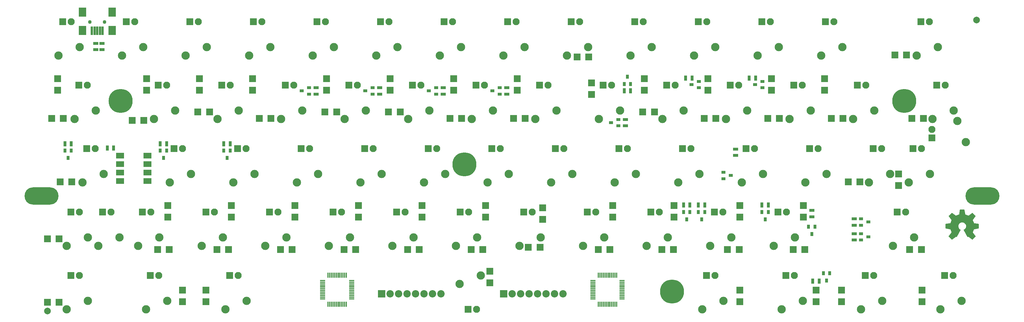
<source format=gbr>
G04 #@! TF.FileFunction,Soldermask,Bot*
%FSLAX46Y46*%
G04 Gerber Fmt 4.6, Leading zero omitted, Abs format (unit mm)*
G04 Created by KiCad (PCBNEW 4.0.0-rc1-stable) date 30/12/2016 17:59:34*
%MOMM*%
G01*
G04 APERTURE LIST*
%ADD10C,0.150000*%
%ADD11C,2.108200*%
%ADD12R,2.108200X2.108200*%
%ADD13O,10.203180X5.204460*%
%ADD14C,7.203440*%
%ADD15C,7.204500*%
%ADD16C,2.000000*%
%ADD17C,2.203200*%
%ADD18R,2.203200X2.203200*%
%ADD19R,2.003200X2.003200*%
%ADD20C,2.489200*%
%ADD21R,2.362200X1.727200*%
%ADD22R,1.503200X0.903200*%
%ADD23R,0.903200X1.503200*%
%ADD24R,1.263200X0.853200*%
%ADD25R,0.853200X1.263200*%
%ADD26R,0.703580X2.504440*%
%ADD27R,2.202180X2.702560*%
%ADD28C,1.102360*%
%ADD29R,0.453200X1.503200*%
%ADD30R,1.503200X0.453200*%
G04 APERTURE END LIST*
D10*
D11*
X194151250Y-155098750D03*
D12*
X191611250Y-155098750D03*
D13*
X345831200Y-121121200D03*
X63748900Y-121121200D03*
D14*
X322339900Y-92520800D03*
X252789400Y-149820700D03*
X190490000Y-111620000D03*
D15*
X87489300Y-92520800D03*
D16*
X343990000Y-68220000D03*
X65580000Y-155630000D03*
D17*
X217551000Y-150495000D03*
X220091000Y-150495000D03*
X215011000Y-150495000D03*
X212471000Y-150495000D03*
X209931000Y-150495000D03*
D18*
X202311000Y-150495000D03*
D17*
X204851000Y-150495000D03*
X207391000Y-150495000D03*
X180975000Y-150495000D03*
X183515000Y-150495000D03*
X178435000Y-150495000D03*
X175895000Y-150495000D03*
X173355000Y-150495000D03*
D18*
X165735000Y-150495000D03*
D17*
X168275000Y-150495000D03*
X170815000Y-150495000D03*
D19*
X68580000Y-89380000D03*
X68580000Y-85880000D03*
X95250000Y-89380000D03*
X95250000Y-85880000D03*
X111125000Y-89380000D03*
X111125000Y-85880000D03*
X127000000Y-89380000D03*
X127000000Y-85880000D03*
X149225000Y-89380000D03*
X149225000Y-85880000D03*
X168275000Y-89380000D03*
X168275000Y-85880000D03*
X187325000Y-89380000D03*
X187325000Y-85880000D03*
X206375000Y-89380000D03*
X206375000Y-85880000D03*
X227810000Y-79375000D03*
X224310000Y-79375000D03*
X244475000Y-89380000D03*
X244475000Y-85880000D03*
X263525000Y-89380000D03*
X263525000Y-85880000D03*
X282575000Y-89380000D03*
X282575000Y-85880000D03*
X298450000Y-89380000D03*
X298450000Y-85880000D03*
X319560000Y-78740000D03*
X323060000Y-78740000D03*
X66830000Y-97790000D03*
X70330000Y-97790000D03*
X90960000Y-98425000D03*
X94460000Y-98425000D03*
X110645000Y-95885000D03*
X114145000Y-95885000D03*
X129060000Y-97790000D03*
X132560000Y-97790000D03*
X148745000Y-95885000D03*
X152245000Y-95885000D03*
X167795000Y-95885000D03*
X171295000Y-95885000D03*
X186210000Y-97790000D03*
X189710000Y-97790000D03*
X205260000Y-97790000D03*
X208760000Y-97790000D03*
X228600000Y-87150000D03*
X228600000Y-90650000D03*
X243995000Y-95885000D03*
X247495000Y-95885000D03*
X262410000Y-97790000D03*
X265910000Y-97790000D03*
X281460000Y-97790000D03*
X284960000Y-97790000D03*
X300510000Y-97790000D03*
X304010000Y-97790000D03*
X324640000Y-97790000D03*
X328140000Y-97790000D03*
X69370000Y-116840000D03*
X72870000Y-116840000D03*
X101600000Y-127480000D03*
X101600000Y-123980000D03*
X120650000Y-127480000D03*
X120650000Y-123980000D03*
X139700000Y-127480000D03*
X139700000Y-123980000D03*
X158750000Y-127480000D03*
X158750000Y-123980000D03*
X177800000Y-127480000D03*
X177800000Y-123980000D03*
X196850000Y-127480000D03*
X196850000Y-123980000D03*
X213995000Y-128115000D03*
X213995000Y-124615000D03*
X234950000Y-127480000D03*
X234950000Y-123980000D03*
X253365000Y-127480000D03*
X253365000Y-123980000D03*
X273050000Y-127480000D03*
X273050000Y-123980000D03*
X292100000Y-127480000D03*
X292100000Y-123980000D03*
X305590000Y-116840000D03*
X309090000Y-116840000D03*
X320675000Y-114455000D03*
X320675000Y-117955000D03*
X102080000Y-137160000D03*
X98580000Y-137160000D03*
X119860000Y-137160000D03*
X116360000Y-137160000D03*
X138910000Y-137160000D03*
X135410000Y-137160000D03*
X157960000Y-137160000D03*
X154460000Y-137160000D03*
X177010000Y-137160000D03*
X173510000Y-137160000D03*
X196060000Y-137160000D03*
X192560000Y-137160000D03*
X213205000Y-136525000D03*
X209705000Y-136525000D03*
X234160000Y-137160000D03*
X230660000Y-137160000D03*
X253210000Y-137160000D03*
X249710000Y-137160000D03*
X272895000Y-137160000D03*
X269395000Y-137160000D03*
X292580000Y-137160000D03*
X289080000Y-137160000D03*
X327505000Y-137160000D03*
X324005000Y-137160000D03*
X65560000Y-133985000D03*
X69060000Y-133985000D03*
X65560000Y-153035000D03*
X69060000Y-153035000D03*
X106045000Y-149380000D03*
X106045000Y-152880000D03*
X113030000Y-149380000D03*
X113030000Y-152880000D03*
X198120000Y-143665000D03*
X198120000Y-147165000D03*
X273050000Y-149380000D03*
X273050000Y-152880000D03*
X295910000Y-149380000D03*
X295910000Y-152880000D03*
X303530000Y-149380000D03*
X303530000Y-152880000D03*
X327660000Y-149380000D03*
X327660000Y-152880000D03*
D20*
X80803750Y-136050020D03*
X87153750Y-133510020D03*
X318930020Y-136050020D03*
X325280020Y-133510020D03*
X323691250Y-117000020D03*
X330041250Y-114460020D03*
X340836250Y-104933750D03*
X338296250Y-98583750D03*
X326072500Y-78898750D03*
X332422500Y-76358750D03*
X333216250Y-155098750D03*
X339566250Y-152558750D03*
X309403750Y-155098750D03*
X315753750Y-152558750D03*
X285591250Y-155098750D03*
X291941250Y-152558750D03*
X261778750Y-155098750D03*
X268128750Y-152558750D03*
X118903750Y-155098750D03*
X125253750Y-152558750D03*
X95091250Y-155098750D03*
X101441250Y-152558750D03*
X71278750Y-155098750D03*
X77628750Y-152558750D03*
X283210000Y-136050020D03*
X289560000Y-133510020D03*
X264160000Y-136050020D03*
X270510000Y-133510020D03*
X245110000Y-136050020D03*
X251460000Y-133510020D03*
X226060000Y-136050020D03*
X232410000Y-133510020D03*
X207010000Y-136050020D03*
X213360000Y-133510020D03*
X187960000Y-136050020D03*
X194310000Y-133510020D03*
X168910000Y-136050020D03*
X175260000Y-133510020D03*
X149860000Y-136050020D03*
X156210000Y-133510020D03*
X130810000Y-136050020D03*
X137160000Y-133510020D03*
X111760000Y-136050020D03*
X118110000Y-133510020D03*
X92710000Y-136050020D03*
X99060000Y-133510020D03*
X71280020Y-136050020D03*
X77630020Y-133510020D03*
X311785000Y-117000020D03*
X318135000Y-114460020D03*
X292735000Y-117000020D03*
X299085000Y-114460020D03*
X273685000Y-117000020D03*
X280035000Y-114460020D03*
X254635000Y-117000020D03*
X260985000Y-114460020D03*
X235585000Y-117000020D03*
X241935000Y-114460020D03*
X216535000Y-117000020D03*
X222885000Y-114460020D03*
X197485000Y-117000020D03*
X203835000Y-114460020D03*
X178435000Y-117000020D03*
X184785000Y-114460020D03*
X159385000Y-117000020D03*
X165735000Y-114460020D03*
X140335000Y-117000020D03*
X146685000Y-114460020D03*
X121285000Y-117000020D03*
X127635000Y-114460020D03*
X102235000Y-117000020D03*
X108585000Y-114460020D03*
X76042520Y-117000020D03*
X82392520Y-114460020D03*
X330835000Y-97950020D03*
X337185000Y-95410020D03*
X307022500Y-97950020D03*
X313372500Y-95410020D03*
X287972500Y-97950020D03*
X294322500Y-95410020D03*
X268922500Y-97950020D03*
X275272500Y-95410020D03*
X249872500Y-97950020D03*
X256222500Y-95410020D03*
X230822500Y-97950020D03*
X237172500Y-95410020D03*
X211772500Y-97950020D03*
X218122500Y-95410020D03*
X192722500Y-97950020D03*
X199072500Y-95410020D03*
X173672500Y-97950020D03*
X180022500Y-95410020D03*
X154622500Y-97950020D03*
X160972500Y-95410020D03*
X135572500Y-97950020D03*
X141922500Y-95410020D03*
X116522500Y-97950020D03*
X122872500Y-95410020D03*
X97472500Y-97950020D03*
X103822500Y-95410020D03*
X73660000Y-97950020D03*
X80010000Y-95410020D03*
X297497500Y-78898750D03*
X303847500Y-76358750D03*
X278447500Y-78898750D03*
X284797500Y-76358750D03*
X259397500Y-78898750D03*
X265747500Y-76358750D03*
X240347500Y-78898750D03*
X246697500Y-76358750D03*
X221297500Y-78898750D03*
X227647500Y-76358750D03*
X202247500Y-78898750D03*
X208597500Y-76358750D03*
X183197500Y-78898750D03*
X189547500Y-76358750D03*
X145097500Y-78898750D03*
X151447500Y-76358750D03*
X126047500Y-78898750D03*
X132397500Y-76358750D03*
X106997500Y-78898750D03*
X113347500Y-76358750D03*
X87947500Y-78898750D03*
X94297500Y-76358750D03*
X68897500Y-78898750D03*
X75247500Y-76358750D03*
D21*
X95568500Y-109008000D03*
X95568500Y-111548000D03*
X95568500Y-114088000D03*
X95568500Y-116628000D03*
X87313500Y-116628000D03*
X87313500Y-114088000D03*
X87313500Y-111548000D03*
X87313500Y-109008000D03*
D22*
X307340000Y-129855000D03*
X307340000Y-127955000D03*
X307340000Y-134300000D03*
X307340000Y-132400000D03*
D23*
X279720000Y-123825000D03*
X281620000Y-123825000D03*
X260670000Y-123825000D03*
X262570000Y-123825000D03*
X256225000Y-123825000D03*
X258125000Y-123825000D03*
D22*
X238760000Y-98110000D03*
X238760000Y-100010000D03*
D23*
X240345000Y-89535000D03*
X238445000Y-89535000D03*
D22*
X203200000Y-88585000D03*
X203200000Y-90485000D03*
X184150000Y-88585000D03*
X184150000Y-90485000D03*
D23*
X296860000Y-146685000D03*
X294960000Y-146685000D03*
D22*
X165100000Y-88585000D03*
X165100000Y-90485000D03*
X294640000Y-127315000D03*
X294640000Y-125415000D03*
X146050000Y-88585000D03*
X146050000Y-90485000D03*
X271780000Y-108900000D03*
X271780000Y-107000000D03*
D23*
X118430000Y-105410000D03*
X120330000Y-105410000D03*
X258760000Y-85725000D03*
X256860000Y-85725000D03*
X99380000Y-105410000D03*
X101280000Y-105410000D03*
X277810000Y-85725000D03*
X275910000Y-85725000D03*
X70805000Y-105410000D03*
X72705000Y-105410000D03*
X85405000Y-106680000D03*
X83505000Y-106680000D03*
D22*
X81915000Y-77150000D03*
X81915000Y-75250000D03*
X80010000Y-77150000D03*
X80010000Y-75250000D03*
D24*
X311615000Y-128905000D03*
X309415000Y-129855000D03*
X309415000Y-127955000D03*
X311615000Y-133350000D03*
X309415000Y-134300000D03*
X309415000Y-132400000D03*
D25*
X280670000Y-128100000D03*
X279720000Y-125900000D03*
X281620000Y-125900000D03*
X261620000Y-128100000D03*
X260670000Y-125900000D03*
X262570000Y-125900000D03*
X257175000Y-128100000D03*
X256225000Y-125900000D03*
X258125000Y-125900000D03*
D24*
X234485000Y-99060000D03*
X236685000Y-98110000D03*
X236685000Y-100010000D03*
D25*
X239395000Y-85260000D03*
X240345000Y-87460000D03*
X238445000Y-87460000D03*
D24*
X198925000Y-89535000D03*
X201125000Y-88585000D03*
X201125000Y-90485000D03*
X179875000Y-89535000D03*
X182075000Y-88585000D03*
X182075000Y-90485000D03*
X160825000Y-89535000D03*
X163025000Y-88585000D03*
X163025000Y-90485000D03*
X141775000Y-89535000D03*
X143975000Y-88585000D03*
X143975000Y-90485000D03*
D25*
X119380000Y-109685000D03*
X118430000Y-107485000D03*
X120330000Y-107485000D03*
X100330000Y-109685000D03*
X99380000Y-107485000D03*
X101280000Y-107485000D03*
X71755000Y-109685000D03*
X70805000Y-107485000D03*
X72705000Y-107485000D03*
X299085000Y-146515000D03*
X298135000Y-144315000D03*
X300035000Y-144315000D03*
X294640000Y-132545000D03*
X293690000Y-130345000D03*
X295590000Y-130345000D03*
D24*
X270340000Y-114935000D03*
X268140000Y-115885000D03*
X268140000Y-113985000D03*
X258615000Y-87630000D03*
X260815000Y-86680000D03*
X260815000Y-88580000D03*
X277665000Y-87630000D03*
X279865000Y-86680000D03*
X279865000Y-88580000D03*
D26*
X78889800Y-71449320D03*
X79689900Y-71449320D03*
X80490000Y-71449320D03*
X81290100Y-71449320D03*
X82090200Y-71449320D03*
D27*
X76039920Y-71350260D03*
X76039920Y-65851160D03*
X84940080Y-71350260D03*
X84940080Y-65851160D03*
D28*
X78290360Y-68850900D03*
X82689640Y-68850900D03*
D11*
X337026250Y-144938750D03*
D12*
X334486250Y-144938750D03*
D11*
X322740020Y-125890020D03*
D12*
X320200020Y-125890020D03*
D11*
X327501250Y-106840020D03*
D12*
X324961250Y-106840020D03*
D11*
X330676250Y-101123750D03*
D12*
X330676250Y-103663750D03*
D11*
X334645000Y-87790020D03*
D12*
X332105000Y-87790020D03*
D11*
X329882500Y-68738750D03*
D12*
X327342500Y-68738750D03*
D11*
X313213750Y-144938750D03*
D12*
X310673750Y-144938750D03*
D11*
X315595000Y-106840020D03*
D12*
X313055000Y-106840020D03*
D11*
X310832500Y-87790020D03*
D12*
X308292500Y-87790020D03*
D11*
X301307500Y-68738750D03*
D12*
X298767500Y-68738750D03*
D11*
X289401250Y-144938750D03*
D12*
X286861250Y-144938750D03*
D11*
X287020000Y-125890020D03*
D12*
X284480000Y-125890020D03*
D11*
X296545000Y-106840020D03*
D12*
X294005000Y-106840020D03*
D11*
X291782500Y-87790020D03*
D12*
X289242500Y-87790020D03*
D11*
X282257500Y-68738750D03*
D12*
X279717500Y-68738750D03*
D11*
X265588750Y-144938750D03*
D12*
X263048750Y-144938750D03*
D11*
X267970000Y-125890020D03*
D12*
X265430000Y-125890020D03*
D11*
X277495000Y-106840020D03*
D12*
X274955000Y-106840020D03*
D11*
X272732500Y-87790020D03*
D12*
X270192500Y-87790020D03*
D11*
X263207500Y-68738750D03*
D12*
X260667500Y-68738750D03*
D11*
X248920000Y-125890020D03*
D12*
X246380000Y-125890020D03*
D11*
X258445000Y-106840020D03*
D12*
X255905000Y-106840020D03*
D11*
X253682500Y-87790020D03*
D12*
X251142500Y-87790020D03*
D11*
X244157500Y-68738750D03*
D12*
X241617500Y-68738750D03*
D11*
X229870000Y-125890020D03*
D12*
X227330000Y-125890020D03*
D11*
X239395000Y-106840020D03*
D12*
X236855000Y-106840020D03*
D11*
X234632500Y-87790020D03*
D12*
X232092500Y-87790020D03*
D11*
X225107500Y-68738750D03*
D12*
X222567500Y-68738750D03*
D11*
X210820000Y-125890020D03*
D12*
X208280000Y-125890020D03*
D11*
X220345000Y-106840020D03*
D12*
X217805000Y-106840020D03*
D11*
X215582500Y-87790020D03*
D12*
X213042500Y-87790020D03*
D11*
X206057500Y-68738750D03*
D12*
X203517500Y-68738750D03*
D11*
X191770000Y-125890020D03*
D12*
X189230000Y-125890020D03*
D11*
X201295000Y-106840020D03*
D12*
X198755000Y-106840020D03*
D11*
X196532500Y-87790020D03*
D12*
X193992500Y-87790020D03*
D11*
X187007500Y-68738750D03*
D12*
X184467500Y-68738750D03*
D11*
X172720000Y-125890020D03*
D12*
X170180000Y-125890020D03*
D11*
X182245000Y-106840020D03*
D12*
X179705000Y-106840020D03*
D11*
X177482500Y-87790020D03*
D12*
X174942500Y-87790020D03*
D11*
X167957500Y-68738750D03*
D12*
X165417500Y-68738750D03*
D11*
X153670000Y-125890020D03*
D12*
X151130000Y-125890020D03*
D11*
X163195000Y-106840020D03*
D12*
X160655000Y-106840020D03*
D11*
X158432500Y-87790020D03*
D12*
X155892500Y-87790020D03*
D11*
X148907500Y-68738750D03*
D12*
X146367500Y-68738750D03*
D11*
X134620000Y-125890020D03*
D12*
X132080000Y-125890020D03*
D11*
X144145000Y-106840020D03*
D12*
X141605000Y-106840020D03*
D11*
X139382500Y-87790020D03*
D12*
X136842500Y-87790020D03*
D11*
X129857500Y-68738750D03*
D12*
X127317500Y-68738750D03*
D11*
X122713750Y-144938750D03*
D12*
X120173750Y-144938750D03*
D11*
X115570000Y-125890020D03*
D12*
X113030000Y-125890020D03*
D11*
X125095000Y-106840020D03*
D12*
X122555000Y-106840020D03*
D11*
X120332500Y-87790020D03*
D12*
X117792500Y-87790020D03*
D11*
X110807500Y-68738750D03*
D12*
X108267500Y-68738750D03*
D11*
X98901250Y-144938750D03*
D12*
X96361250Y-144938750D03*
D11*
X96520000Y-125890020D03*
D12*
X93980000Y-125890020D03*
D11*
X106045000Y-106840020D03*
D12*
X103505000Y-106840020D03*
D11*
X101282500Y-87790020D03*
D12*
X98742500Y-87790020D03*
D11*
X91757500Y-68738750D03*
D12*
X89217500Y-68738750D03*
D11*
X75088750Y-144938750D03*
D12*
X72548750Y-144938750D03*
D11*
X84613750Y-125890020D03*
D12*
X82073750Y-125890020D03*
D11*
X75090020Y-125890020D03*
D12*
X72550020Y-125890020D03*
D11*
X77470000Y-87790020D03*
D12*
X74930000Y-87790020D03*
D11*
X72707500Y-68738750D03*
D12*
X70167500Y-68738750D03*
D11*
X79852520Y-106840020D03*
D12*
X77312520Y-106840020D03*
D20*
X164147500Y-78898750D03*
X170497500Y-76358750D03*
X195421250Y-144938750D03*
X189071250Y-147478750D03*
D10*
G36*
X338754720Y-126860300D02*
X339034120Y-125158500D01*
X340415880Y-125158500D01*
X340695280Y-126860300D01*
X338754720Y-126860300D01*
X338754720Y-126860300D01*
G37*
G36*
X336696726Y-128518909D02*
X335690937Y-127117989D01*
X336667989Y-126140937D01*
X338068909Y-127146726D01*
X336696726Y-128518909D01*
X336696726Y-128518909D01*
G37*
G36*
X336410300Y-131145280D02*
X334708500Y-130865880D01*
X334708500Y-129484120D01*
X336410300Y-129204720D01*
X336410300Y-131145280D01*
X336410300Y-131145280D01*
G37*
G36*
X338068909Y-133203274D02*
X336667989Y-134209063D01*
X335690937Y-133232011D01*
X336696726Y-131831091D01*
X338068909Y-133203274D01*
X338068909Y-133203274D01*
G37*
G36*
X341381091Y-127146726D02*
X342782011Y-126140937D01*
X343759063Y-127117989D01*
X342753274Y-128518909D01*
X341381091Y-127146726D01*
X341381091Y-127146726D01*
G37*
G36*
X343039700Y-129204720D02*
X344741500Y-129484120D01*
X344741500Y-130865880D01*
X343039700Y-131145280D01*
X343039700Y-129204720D01*
X343039700Y-129204720D01*
G37*
G36*
X342753274Y-131831091D02*
X343759063Y-133232011D01*
X342782011Y-134209063D01*
X341381091Y-133203274D01*
X342753274Y-131831091D01*
X342753274Y-131831091D01*
G37*
G36*
X339289390Y-129026920D02*
X338875370Y-126532640D01*
X340574630Y-126532640D01*
X340160610Y-129026920D01*
X339289390Y-129026920D01*
X339289390Y-129026920D01*
G37*
G36*
X339759689Y-128948166D02*
X340331704Y-126485314D01*
X341901616Y-127135592D01*
X340564591Y-129281568D01*
X339759689Y-128948166D01*
X339759689Y-128948166D01*
G37*
G36*
X338885409Y-129281568D02*
X337548384Y-127135592D01*
X339118296Y-126485314D01*
X339690311Y-128948166D01*
X338885409Y-129281568D01*
X338885409Y-129281568D01*
G37*
G36*
X338607198Y-129673244D02*
X336550720Y-128202278D01*
X337752278Y-127000720D01*
X339223244Y-129057198D01*
X338607198Y-129673244D01*
X338607198Y-129673244D01*
G37*
G36*
X340226756Y-129057198D02*
X341697722Y-127000720D01*
X342899280Y-128202278D01*
X340842802Y-129673244D01*
X340226756Y-129057198D01*
X340226756Y-129057198D01*
G37*
G36*
X338498166Y-130140311D02*
X336035314Y-129568296D01*
X336685592Y-127998384D01*
X338831568Y-129335409D01*
X338498166Y-130140311D01*
X338498166Y-130140311D01*
G37*
G36*
X340618432Y-129335409D02*
X342764408Y-127998384D01*
X343414686Y-129568296D01*
X340951834Y-130140311D01*
X340618432Y-129335409D01*
X340618432Y-129335409D01*
G37*
G36*
X338576920Y-130610610D02*
X336082640Y-131024630D01*
X336082640Y-129325370D01*
X338576920Y-129739390D01*
X338576920Y-130610610D01*
X338576920Y-130610610D01*
G37*
G36*
X340873080Y-129739390D02*
X343367360Y-129325370D01*
X343367360Y-131024630D01*
X340873080Y-130610610D01*
X340873080Y-129739390D01*
X340873080Y-129739390D01*
G37*
G36*
X340951834Y-130209689D02*
X343414686Y-130781704D01*
X342764408Y-132351616D01*
X340618432Y-131014591D01*
X340951834Y-130209689D01*
X340951834Y-130209689D01*
G37*
G36*
X338831568Y-131014591D02*
X336685592Y-132351616D01*
X336035314Y-130781704D01*
X338498166Y-130209689D01*
X338831568Y-131014591D01*
X338831568Y-131014591D01*
G37*
G36*
X339223244Y-131292802D02*
X337752278Y-133349280D01*
X336550720Y-132147722D01*
X338607198Y-130676756D01*
X339223244Y-131292802D01*
X339223244Y-131292802D01*
G37*
G36*
X340842802Y-130676756D02*
X342899280Y-132147722D01*
X341697722Y-133349280D01*
X340226756Y-131292802D01*
X340842802Y-130676756D01*
X340842802Y-130676756D01*
G37*
G36*
X340584390Y-130980115D02*
X342141607Y-132939679D01*
X341349171Y-133468168D01*
X340138513Y-131277478D01*
X340584390Y-130980115D01*
X340584390Y-130980115D01*
G37*
G36*
X339311487Y-131277478D02*
X338100829Y-133468168D01*
X337308393Y-132939679D01*
X338865610Y-130980115D01*
X339311487Y-131277478D01*
X339311487Y-131277478D01*
G37*
D29*
X149650000Y-144875000D03*
X150150000Y-144875000D03*
X150650000Y-144875000D03*
X151150000Y-144875000D03*
X151650000Y-144875000D03*
X152150000Y-144875000D03*
X152650000Y-144875000D03*
X153150000Y-144875000D03*
X153650000Y-144875000D03*
X154150000Y-144875000D03*
X154650000Y-144875000D03*
X155150000Y-144875000D03*
D30*
X156750000Y-146475000D03*
X156750000Y-146975000D03*
X156750000Y-147475000D03*
X156750000Y-147975000D03*
X156750000Y-148475000D03*
X156750000Y-148975000D03*
X156750000Y-149475000D03*
X156750000Y-149975000D03*
X156750000Y-150475000D03*
X156750000Y-150975000D03*
X156750000Y-151475000D03*
X156750000Y-151975000D03*
D29*
X155150000Y-153575000D03*
X154650000Y-153575000D03*
X154150000Y-153575000D03*
X153650000Y-153575000D03*
X153150000Y-153575000D03*
X152650000Y-153575000D03*
X152150000Y-153575000D03*
X151650000Y-153575000D03*
X151150000Y-153575000D03*
X150650000Y-153575000D03*
X150150000Y-153575000D03*
X149650000Y-153575000D03*
D30*
X148050000Y-151975000D03*
X148050000Y-151475000D03*
X148050000Y-150975000D03*
X148050000Y-150475000D03*
X148050000Y-149975000D03*
X148050000Y-149475000D03*
X148050000Y-148975000D03*
X148050000Y-148475000D03*
X148050000Y-147975000D03*
X148050000Y-147475000D03*
X148050000Y-146975000D03*
X148050000Y-146475000D03*
D29*
X236176000Y-153575000D03*
X235676000Y-153575000D03*
X235176000Y-153575000D03*
X234676000Y-153575000D03*
X234176000Y-153575000D03*
X233676000Y-153575000D03*
X233176000Y-153575000D03*
X232676000Y-153575000D03*
X232176000Y-153575000D03*
X231676000Y-153575000D03*
X231176000Y-153575000D03*
X230676000Y-153575000D03*
D30*
X229076000Y-151975000D03*
X229076000Y-151475000D03*
X229076000Y-150975000D03*
X229076000Y-150475000D03*
X229076000Y-149975000D03*
X229076000Y-149475000D03*
X229076000Y-148975000D03*
X229076000Y-148475000D03*
X229076000Y-147975000D03*
X229076000Y-147475000D03*
X229076000Y-146975000D03*
X229076000Y-146475000D03*
D29*
X230676000Y-144875000D03*
X231176000Y-144875000D03*
X231676000Y-144875000D03*
X232176000Y-144875000D03*
X232676000Y-144875000D03*
X233176000Y-144875000D03*
X233676000Y-144875000D03*
X234176000Y-144875000D03*
X234676000Y-144875000D03*
X235176000Y-144875000D03*
X235676000Y-144875000D03*
X236176000Y-144875000D03*
D30*
X237776000Y-146475000D03*
X237776000Y-146975000D03*
X237776000Y-147475000D03*
X237776000Y-147975000D03*
X237776000Y-148475000D03*
X237776000Y-148975000D03*
X237776000Y-149475000D03*
X237776000Y-149975000D03*
X237776000Y-150475000D03*
X237776000Y-150975000D03*
X237776000Y-151475000D03*
X237776000Y-151975000D03*
M02*

</source>
